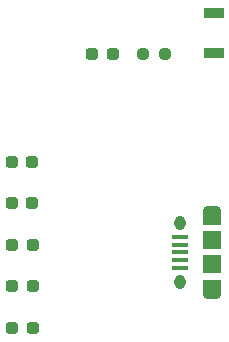
<source format=gbr>
%TF.GenerationSoftware,KiCad,Pcbnew,8.0.0*%
%TF.CreationDate,2024-02-28T17:19:02+01:00*%
%TF.ProjectId,carte-test-cable-usb,63617274-652d-4746-9573-742d6361626c,rev?*%
%TF.SameCoordinates,Original*%
%TF.FileFunction,Paste,Top*%
%TF.FilePolarity,Positive*%
%FSLAX46Y46*%
G04 Gerber Fmt 4.6, Leading zero omitted, Abs format (unit mm)*
G04 Created by KiCad (PCBNEW 8.0.0) date 2024-02-28 17:19:02*
%MOMM*%
%LPD*%
G01*
G04 APERTURE LIST*
G04 Aperture macros list*
%AMRoundRect*
0 Rectangle with rounded corners*
0 $1 Rounding radius*
0 $2 $3 $4 $5 $6 $7 $8 $9 X,Y pos of 4 corners*
0 Add a 4 corners polygon primitive as box body*
4,1,4,$2,$3,$4,$5,$6,$7,$8,$9,$2,$3,0*
0 Add four circle primitives for the rounded corners*
1,1,$1+$1,$2,$3*
1,1,$1+$1,$4,$5*
1,1,$1+$1,$6,$7*
1,1,$1+$1,$8,$9*
0 Add four rect primitives between the rounded corners*
20,1,$1+$1,$2,$3,$4,$5,0*
20,1,$1+$1,$4,$5,$6,$7,0*
20,1,$1+$1,$6,$7,$8,$9,0*
20,1,$1+$1,$8,$9,$2,$3,0*%
G04 Aperture macros list end*
%ADD10RoundRect,0.237500X0.250000X0.237500X-0.250000X0.237500X-0.250000X-0.237500X0.250000X-0.237500X0*%
%ADD11R,1.700000X0.900000*%
%ADD12O,1.550000X0.890000*%
%ADD13O,0.950000X1.250000*%
%ADD14R,1.350000X0.400000*%
%ADD15R,1.550000X1.200000*%
%ADD16R,1.550000X1.500000*%
%ADD17RoundRect,0.237500X0.287500X0.237500X-0.287500X0.237500X-0.287500X-0.237500X0.287500X-0.237500X0*%
%ADD18RoundRect,0.237500X-0.287500X-0.237500X0.287500X-0.237500X0.287500X0.237500X-0.287500X0.237500X0*%
G04 APERTURE END LIST*
D10*
%TO.C,R1*%
X158222500Y-88220000D03*
X156397500Y-88220000D03*
%TD*%
D11*
%TO.C,JP1*%
X162350000Y-84800000D03*
X162350000Y-88200000D03*
%TD*%
D12*
%TO.C,J2*%
X162183037Y-108536607D03*
D13*
X159483037Y-107536607D03*
X159483037Y-102536607D03*
D12*
X162183037Y-101536607D03*
D14*
X159483037Y-106336607D03*
X159483037Y-105686607D03*
X159483037Y-105036607D03*
X159483037Y-104386607D03*
X159483037Y-103736607D03*
D15*
X162183037Y-107936607D03*
D16*
X162183037Y-106036607D03*
X162183037Y-104036607D03*
D15*
X162183037Y-102136607D03*
%TD*%
D17*
%TO.C,D6*%
X145250000Y-100900000D03*
X147000000Y-100900000D03*
%TD*%
%TO.C,D5*%
X145280000Y-107880000D03*
X147030000Y-107880000D03*
%TD*%
%TO.C,D4*%
X147030000Y-104450000D03*
X145280000Y-104450000D03*
%TD*%
%TO.C,D3*%
X145280000Y-111470000D03*
X147030000Y-111470000D03*
%TD*%
%TO.C,D2*%
X145250000Y-97370000D03*
X147000000Y-97370000D03*
%TD*%
D18*
%TO.C,D1*%
X152090000Y-88260000D03*
X153840000Y-88260000D03*
%TD*%
M02*

</source>
